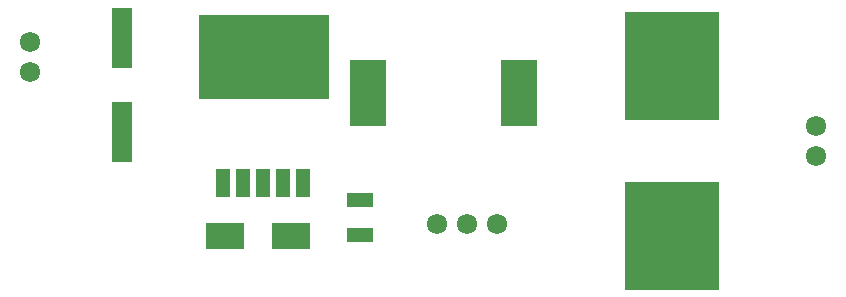
<source format=gts>
G04*
G04 #@! TF.GenerationSoftware,Altium Limited,Altium Designer,20.1.11 (218)*
G04*
G04 Layer_Color=8388736*
%FSLAX44Y44*%
%MOMM*%
G71*
G04*
G04 #@! TF.SameCoordinates,6F68814C-33D5-4D04-8E5B-489F78E18062*
G04*
G04*
G04 #@! TF.FilePolarity,Negative*
G04*
G01*
G75*
%ADD20R,1.7000X5.2000*%
%ADD21R,3.1000X5.6000*%
%ADD22R,11.0000X7.2000*%
%ADD23R,1.3000X2.4000*%
%ADD24R,2.2000X1.2000*%
%ADD25R,8.0000X9.2000*%
%ADD26R,3.2000X2.2000*%
%ADD27C,1.7240*%
D20*
X110490Y154940D02*
D03*
Y234950D02*
D03*
D21*
X318770Y187960D02*
D03*
X446770D02*
D03*
D22*
X231140Y218440D02*
D03*
D23*
X264140Y111740D02*
D03*
X247140D02*
D03*
X230140D02*
D03*
X213140D02*
D03*
X196140D02*
D03*
D24*
X312420Y67790D02*
D03*
Y97790D02*
D03*
D25*
X576580Y210820D02*
D03*
Y67310D02*
D03*
D26*
X198120D02*
D03*
X254000D02*
D03*
D27*
X377190Y77470D02*
D03*
X427990D02*
D03*
X402590D02*
D03*
X33020Y205740D02*
D03*
Y231140D02*
D03*
X698500Y160020D02*
D03*
Y134620D02*
D03*
M02*

</source>
